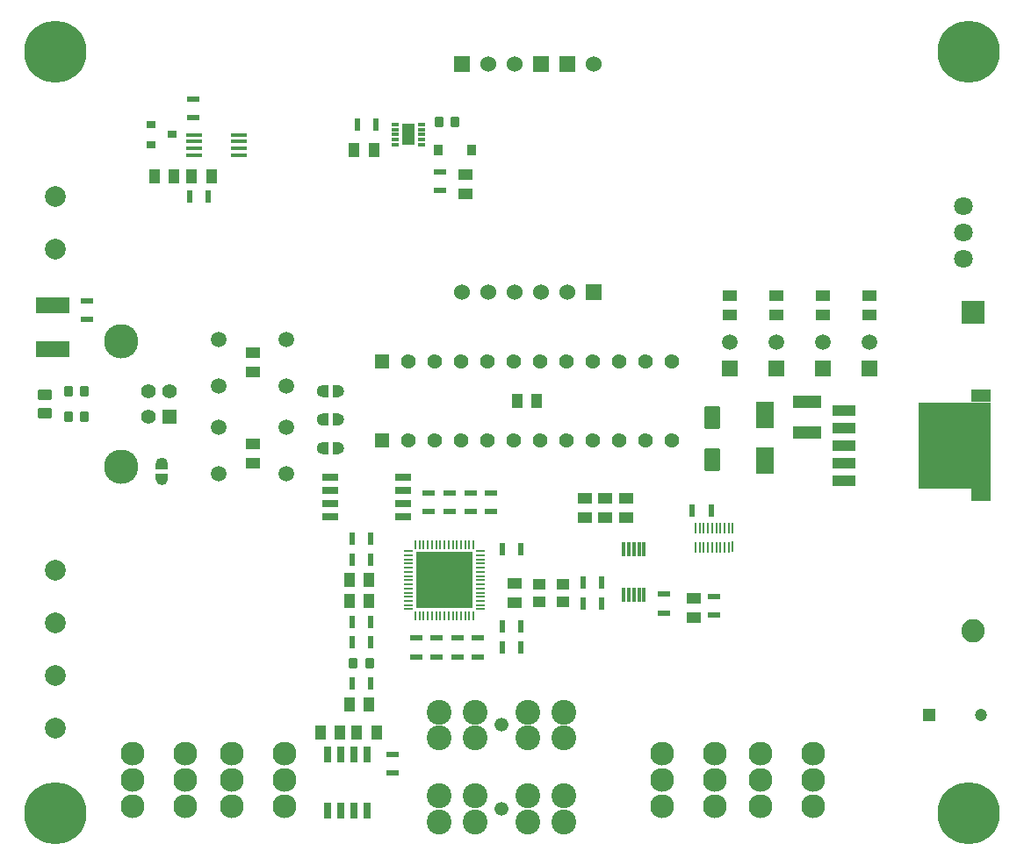
<source format=gbr>
%TF.GenerationSoftware,Altium Limited,Altium Designer,25.2.1 (25)*%
G04 Layer_Color=255*
%FSLAX43Y43*%
%MOMM*%
%TF.SameCoordinates,14BE83A4-B3EB-4770-8DB1-726BE69DDD70*%
%TF.FilePolarity,Positive*%
%TF.FileFunction,Pads,Bot*%
%TF.Part,Single*%
G01*
G75*
%TA.AperFunction,ComponentPad*%
%ADD16C,1.500*%
%ADD17R,1.500X1.500*%
%ADD18C,1.524*%
%ADD19R,1.524X1.524*%
%ADD20C,2.300*%
%ADD21C,1.200*%
%ADD22R,1.200X1.200*%
%ADD23C,2.400*%
%ADD24C,1.325*%
%ADD25C,1.800*%
%ADD26C,2.000*%
%ADD27C,1.425*%
%ADD28C,2.250*%
%ADD29R,1.408X1.408*%
%ADD30C,3.316*%
%ADD31C,1.408*%
%TA.AperFunction,ViaPad*%
%ADD32C,6.000*%
%TA.AperFunction,ComponentPad*%
%ADD33R,1.425X1.425*%
%ADD34R,2.250X2.250*%
%TA.AperFunction,SMDPad,CuDef*%
%ADD39R,0.650X1.528*%
%ADD40R,1.250X0.600*%
G04:AMPARAMS|DCode=41|XSize=2.21mm|YSize=1.53mm|CornerRadius=0.115mm|HoleSize=0mm|Usage=FLASHONLY|Rotation=270.000|XOffset=0mm|YOffset=0mm|HoleType=Round|Shape=RoundedRectangle|*
%AMROUNDEDRECTD41*
21,1,2.210,1.301,0,0,270.0*
21,1,1.981,1.530,0,0,270.0*
1,1,0.230,-0.650,-0.990*
1,1,0.230,-0.650,0.990*
1,1,0.230,0.650,0.990*
1,1,0.230,0.650,-0.990*
%
%ADD41ROUNDEDRECTD41*%
%ADD42R,1.800X2.650*%
%ADD43R,0.200X1.000*%
%ADD44R,0.200X1.100*%
%ADD45R,1.470X1.040*%
%ADD46R,0.600X1.250*%
%ADD47R,2.760X1.230*%
G04:AMPARAMS|DCode=48|XSize=1.016mm|YSize=1.397mm|CornerRadius=0.127mm|HoleSize=0mm|Usage=FLASHONLY|Rotation=270.000|XOffset=0mm|YOffset=0mm|HoleType=Round|Shape=RoundedRectangle|*
%AMROUNDEDRECTD48*
21,1,1.016,1.143,0,0,270.0*
21,1,0.762,1.397,0,0,270.0*
1,1,0.254,-0.572,-0.381*
1,1,0.254,-0.572,0.381*
1,1,0.254,0.572,0.381*
1,1,0.254,0.572,-0.381*
%
%ADD48ROUNDEDRECTD48*%
%ADD49R,5.500X5.500*%
G04:AMPARAMS|DCode=50|XSize=0.83mm|YSize=0.22mm|CornerRadius=0.028mm|HoleSize=0mm|Usage=FLASHONLY|Rotation=180.000|XOffset=0mm|YOffset=0mm|HoleType=Round|Shape=RoundedRectangle|*
%AMROUNDEDRECTD50*
21,1,0.830,0.165,0,0,180.0*
21,1,0.775,0.220,0,0,180.0*
1,1,0.055,-0.388,0.083*
1,1,0.055,0.388,0.083*
1,1,0.055,0.388,-0.083*
1,1,0.055,-0.388,-0.083*
%
%ADD50ROUNDEDRECTD50*%
G04:AMPARAMS|DCode=51|XSize=0.83mm|YSize=0.22mm|CornerRadius=0.028mm|HoleSize=0mm|Usage=FLASHONLY|Rotation=270.000|XOffset=0mm|YOffset=0mm|HoleType=Round|Shape=RoundedRectangle|*
%AMROUNDEDRECTD51*
21,1,0.830,0.165,0,0,270.0*
21,1,0.775,0.220,0,0,270.0*
1,1,0.055,-0.083,-0.388*
1,1,0.055,-0.083,0.388*
1,1,0.055,0.083,0.388*
1,1,0.055,0.083,-0.388*
%
%ADD51ROUNDEDRECTD51*%
%ADD52R,2.160X1.020*%
%ADD53R,1.910X1.235*%
%ADD54R,6.990X8.330*%
%ADD55R,0.300X1.400*%
%ADD56R,1.040X1.470*%
G04:AMPARAMS|DCode=57|XSize=1.47mm|YSize=0.4mm|CornerRadius=0.05mm|HoleSize=0mm|Usage=FLASHONLY|Rotation=180.000|XOffset=0mm|YOffset=0mm|HoleType=Round|Shape=RoundedRectangle|*
%AMROUNDEDRECTD57*
21,1,1.470,0.300,0,0,180.0*
21,1,1.370,0.400,0,0,180.0*
1,1,0.100,-0.685,0.150*
1,1,0.100,0.685,0.150*
1,1,0.100,0.685,-0.150*
1,1,0.100,-0.685,-0.150*
%
%ADD57ROUNDEDRECTD57*%
%ADD58R,0.900X0.800*%
%ADD59R,0.920X1.080*%
G04:AMPARAMS|DCode=60|XSize=0.9mm|YSize=0.97mm|CornerRadius=0.135mm|HoleSize=0mm|Usage=FLASHONLY|Rotation=180.000|XOffset=0mm|YOffset=0mm|HoleType=Round|Shape=RoundedRectangle|*
%AMROUNDEDRECTD60*
21,1,0.900,0.700,0,0,180.0*
21,1,0.630,0.970,0,0,180.0*
1,1,0.270,-0.315,0.350*
1,1,0.270,0.315,0.350*
1,1,0.270,0.315,-0.350*
1,1,0.270,-0.315,-0.350*
%
%ADD60ROUNDEDRECTD60*%
%ADD61R,1.300X1.050*%
%ADD62R,0.800X0.300*%
%ADD63R,1.250X2.050*%
%ADD64R,1.600X0.650*%
%ADD65R,3.200X1.500*%
G04:AMPARAMS|DCode=66|XSize=0.87mm|YSize=1.02mm|CornerRadius=0.109mm|HoleSize=0mm|Usage=FLASHONLY|Rotation=0.000|XOffset=0mm|YOffset=0mm|HoleType=Round|Shape=RoundedRectangle|*
%AMROUNDEDRECTD66*
21,1,0.870,0.803,0,0,0.0*
21,1,0.653,1.020,0,0,0.0*
1,1,0.217,0.326,-0.401*
1,1,0.217,-0.326,-0.401*
1,1,0.217,-0.326,0.401*
1,1,0.217,0.326,0.401*
%
%ADD66ROUNDEDRECTD66*%
G36*
G01X14150Y37274D02*
G01X15350D01*
G01Y36766D01*
G01X15350Y36766D01*
G02X14150I-600J0D01*
G01Y37274D01*
D02*
G37*
G36*
G01X30774Y40350D02*
G01Y39150D01*
G01X30266D01*
G01X30266Y39150D01*
G02Y40350I0J600D01*
G01X30774D01*
D02*
G37*
G36*
G01Y45850D02*
G01Y44650D01*
G01X30266D01*
G01X30266Y44650D01*
G02Y45850I0J600D01*
G01X30774D01*
D02*
G37*
G36*
G01X31226D02*
G01Y44650D01*
G01X31734D01*
G01X31734Y44650D01*
G03Y45850I0J600D01*
G01X31226D01*
D02*
G37*
G36*
G01Y40350D02*
G01Y39150D01*
G01X31734D01*
G01X31734Y39150D01*
G03Y40350I0J600D01*
G01X31226D01*
D02*
G37*
G36*
G01X14150Y37726D02*
G01X15350D01*
G01Y38234D01*
G01X15350Y38234D01*
G03X14150I-600J0D01*
G01Y37726D01*
D02*
G37*
G36*
G01X31226Y43100D02*
G01Y41900D01*
G01X31734D01*
G01X31734Y41900D01*
G03Y43100I0J600D01*
G01X31226D01*
D02*
G37*
G36*
G01X30774D02*
G01Y41900D01*
G01X30266D01*
G01X30266Y41900D01*
G02Y43100I0J600D01*
G01X30774D01*
D02*
G37*
D16*
X69500Y50000D02*
D03*
X78500D02*
D03*
X83000D02*
D03*
X74000D02*
D03*
X26750Y45750D02*
D03*
X20250D02*
D03*
Y50250D02*
D03*
X26750D02*
D03*
X20250Y41750D02*
D03*
X26750D02*
D03*
X20250Y37250D02*
D03*
X26750D02*
D03*
D17*
X69500Y47460D02*
D03*
X78500D02*
D03*
X83000D02*
D03*
X74000D02*
D03*
D18*
X48768Y54786D02*
D03*
X56388Y76786D02*
D03*
X48768D02*
D03*
X46228D02*
D03*
X53848Y54786D02*
D03*
X51308D02*
D03*
X46228D02*
D03*
X43688D02*
D03*
D19*
X53848Y76786D02*
D03*
X51308D02*
D03*
X43688D02*
D03*
X56388Y54786D02*
D03*
D20*
X17040Y10290D02*
D03*
Y7750D02*
D03*
Y5210D02*
D03*
X11960D02*
D03*
Y7750D02*
D03*
Y10290D02*
D03*
X26540D02*
D03*
Y7750D02*
D03*
Y5210D02*
D03*
X21460D02*
D03*
Y7750D02*
D03*
Y10290D02*
D03*
X68040D02*
D03*
Y7750D02*
D03*
Y5210D02*
D03*
X62960D02*
D03*
Y7750D02*
D03*
Y10290D02*
D03*
X77540D02*
D03*
Y7750D02*
D03*
Y5210D02*
D03*
X72460D02*
D03*
Y7750D02*
D03*
Y10290D02*
D03*
D21*
X93750Y14000D02*
D03*
D22*
X88750D02*
D03*
D23*
X41460Y11750D02*
D03*
Y14250D02*
D03*
X44960Y11750D02*
D03*
Y14250D02*
D03*
X50040Y11750D02*
D03*
Y14250D02*
D03*
X53540Y11750D02*
D03*
Y14250D02*
D03*
X41460Y3660D02*
D03*
Y6160D02*
D03*
X44960Y3660D02*
D03*
Y6160D02*
D03*
X50040Y3660D02*
D03*
Y6160D02*
D03*
X53540Y3660D02*
D03*
Y6160D02*
D03*
D24*
X47500Y13045D02*
D03*
Y4955D02*
D03*
D25*
X92000Y63080D02*
D03*
Y60540D02*
D03*
Y58000D02*
D03*
D26*
X4500Y28000D02*
D03*
Y22920D02*
D03*
Y58920D02*
D03*
Y12760D02*
D03*
Y17840D02*
D03*
Y64000D02*
D03*
D27*
X43620Y40500D02*
D03*
X56320D02*
D03*
X48700Y48120D02*
D03*
X56320D02*
D03*
X58860D02*
D03*
X61400D02*
D03*
X63940D02*
D03*
X53780D02*
D03*
X51240D02*
D03*
X46160D02*
D03*
X43620D02*
D03*
X41080D02*
D03*
X38540D02*
D03*
X58860Y40500D02*
D03*
X61400D02*
D03*
X63940D02*
D03*
X53780D02*
D03*
X51240D02*
D03*
X48700D02*
D03*
X46160D02*
D03*
X41080D02*
D03*
X38540D02*
D03*
D28*
X93000Y22150D02*
D03*
D29*
X15500Y42750D02*
D03*
D30*
X10800Y37980D02*
D03*
Y50020D02*
D03*
D31*
X13500Y42750D02*
D03*
Y45250D02*
D03*
X15500D02*
D03*
D32*
X92500Y78000D02*
D03*
X4500D02*
D03*
Y4500D02*
D03*
X92500D02*
D03*
D33*
X36000Y48120D02*
D03*
Y40500D02*
D03*
D34*
X93000Y52850D02*
D03*
D39*
X34544Y10204D02*
D03*
X33274D02*
D03*
X32004D02*
D03*
X30734D02*
D03*
Y4782D02*
D03*
X32004D02*
D03*
X33274D02*
D03*
X34544D02*
D03*
D40*
X37000Y8400D02*
D03*
Y10200D02*
D03*
X68000Y25459D02*
D03*
Y23659D02*
D03*
X17780Y71628D02*
D03*
X46500Y35400D02*
D03*
X42500D02*
D03*
X63119Y23850D02*
D03*
X45250Y19600D02*
D03*
X43250D02*
D03*
X41565Y64600D02*
D03*
X17780Y73428D02*
D03*
X7493Y52185D02*
D03*
X40500Y35400D02*
D03*
X41250Y19600D02*
D03*
X39250D02*
D03*
X44500Y35400D02*
D03*
X42500Y33600D02*
D03*
X40500D02*
D03*
X46500D02*
D03*
X45250Y21400D02*
D03*
X41250D02*
D03*
X39250D02*
D03*
X41565Y66400D02*
D03*
X63119Y25650D02*
D03*
X7493Y53985D02*
D03*
X43250Y21400D02*
D03*
X44500Y33600D02*
D03*
D41*
X67817Y38590D02*
D03*
Y42690D02*
D03*
D42*
X72897Y38567D02*
D03*
Y42967D02*
D03*
D43*
X69800Y32000D02*
D03*
X69400D02*
D03*
X69000D02*
D03*
X68600D02*
D03*
X68200D02*
D03*
X67800D02*
D03*
X67400D02*
D03*
X67000D02*
D03*
X66600D02*
D03*
X66200D02*
D03*
Y30200D02*
D03*
X66600D02*
D03*
X67000D02*
D03*
X67400D02*
D03*
X67800D02*
D03*
X68200D02*
D03*
X68600D02*
D03*
X69000D02*
D03*
X69400D02*
D03*
D44*
X69800Y30250D02*
D03*
D45*
X66000Y25239D02*
D03*
Y23359D02*
D03*
X59500Y33060D02*
D03*
Y34940D02*
D03*
X57500Y33060D02*
D03*
Y34940D02*
D03*
X55500Y33060D02*
D03*
Y34940D02*
D03*
X48750Y26690D02*
D03*
Y24810D02*
D03*
X44000Y66180D02*
D03*
Y64300D02*
D03*
X23500Y40190D02*
D03*
X83000Y54440D02*
D03*
X69500D02*
D03*
Y52560D02*
D03*
X83000D02*
D03*
X78500Y54440D02*
D03*
Y52560D02*
D03*
X74000Y54440D02*
D03*
Y52560D02*
D03*
X23500Y47060D02*
D03*
Y48940D02*
D03*
X23500Y38310D02*
D03*
D46*
X67700Y33750D02*
D03*
X65900D02*
D03*
X33110Y23000D02*
D03*
X57150Y26750D02*
D03*
Y24750D02*
D03*
X49365Y30000D02*
D03*
Y22500D02*
D03*
Y20500D02*
D03*
X33600Y71000D02*
D03*
X19215Y64000D02*
D03*
X34910Y17000D02*
D03*
X33110Y31000D02*
D03*
Y29000D02*
D03*
X33110Y21000D02*
D03*
X47565Y30000D02*
D03*
Y20500D02*
D03*
X35400Y71000D02*
D03*
X34910Y31000D02*
D03*
Y29000D02*
D03*
X34910Y21000D02*
D03*
X33110Y17000D02*
D03*
X17415Y64000D02*
D03*
X55350Y26750D02*
D03*
X34910Y23000D02*
D03*
X55350Y24750D02*
D03*
X47565Y22500D02*
D03*
D47*
X77000Y41284D02*
D03*
Y44216D02*
D03*
D48*
X3500Y43111D02*
D03*
Y44889D02*
D03*
D49*
X42000Y27000D02*
D03*
D50*
X38560Y24600D02*
D03*
X45440Y28200D02*
D03*
Y24200D02*
D03*
X38560Y27400D02*
D03*
Y27000D02*
D03*
Y25400D02*
D03*
Y29800D02*
D03*
Y29400D02*
D03*
Y29000D02*
D03*
Y28600D02*
D03*
Y28200D02*
D03*
Y27800D02*
D03*
Y26600D02*
D03*
Y26200D02*
D03*
Y25800D02*
D03*
Y25000D02*
D03*
Y24200D02*
D03*
X45440Y24600D02*
D03*
Y25000D02*
D03*
Y25400D02*
D03*
Y25800D02*
D03*
Y26200D02*
D03*
Y26600D02*
D03*
Y27000D02*
D03*
Y27400D02*
D03*
Y27800D02*
D03*
Y28600D02*
D03*
Y29000D02*
D03*
Y29400D02*
D03*
Y29800D02*
D03*
D51*
X43200Y30440D02*
D03*
X42000Y23560D02*
D03*
X39200Y30440D02*
D03*
Y23560D02*
D03*
X39600D02*
D03*
X40000D02*
D03*
X40400D02*
D03*
X40800D02*
D03*
X41200D02*
D03*
X41600D02*
D03*
X42400D02*
D03*
X42800D02*
D03*
X43200D02*
D03*
X43600D02*
D03*
X44000D02*
D03*
X44400D02*
D03*
X44800D02*
D03*
Y30440D02*
D03*
X44400D02*
D03*
X44000D02*
D03*
X43600D02*
D03*
X42800D02*
D03*
X42400D02*
D03*
X42000D02*
D03*
X41600D02*
D03*
X41200D02*
D03*
X40800D02*
D03*
X40400D02*
D03*
X40000D02*
D03*
X39600D02*
D03*
D52*
X80500Y41700D02*
D03*
Y43400D02*
D03*
Y40000D02*
D03*
Y36600D02*
D03*
Y38300D02*
D03*
D53*
X93715Y44783D02*
D03*
Y35217D02*
D03*
D54*
X91175Y40000D02*
D03*
D55*
X59250Y25550D02*
D03*
X59750D02*
D03*
X60250D02*
D03*
X60750D02*
D03*
X61250D02*
D03*
Y29950D02*
D03*
X60750D02*
D03*
X60250D02*
D03*
X59750D02*
D03*
X59250D02*
D03*
D56*
X31940Y12300D02*
D03*
X30060D02*
D03*
X35440D02*
D03*
X33560D02*
D03*
X50910Y44310D02*
D03*
X49030D02*
D03*
X14060Y66000D02*
D03*
X33300Y68500D02*
D03*
X19515Y66000D02*
D03*
X32810Y15000D02*
D03*
X17635Y66000D02*
D03*
X35180Y68500D02*
D03*
X15940Y66000D02*
D03*
X34690Y15000D02*
D03*
X32810Y27000D02*
D03*
X34690D02*
D03*
X32810Y25000D02*
D03*
X34690D02*
D03*
D57*
X17850Y69975D02*
D03*
X22150Y68025D02*
D03*
X17850Y68675D02*
D03*
X22150Y69975D02*
D03*
Y69325D02*
D03*
Y68675D02*
D03*
X17850Y68025D02*
D03*
Y69325D02*
D03*
D58*
X13750Y70950D02*
D03*
Y69050D02*
D03*
X15750Y70000D02*
D03*
D59*
X44600Y68500D02*
D03*
X41400D02*
D03*
D60*
X43035Y71250D02*
D03*
X41465D02*
D03*
X33190Y19000D02*
D03*
X34760D02*
D03*
D61*
X53400Y26625D02*
D03*
X51100Y24875D02*
D03*
Y26625D02*
D03*
X53400Y24875D02*
D03*
D62*
X37250Y70500D02*
D03*
X39750Y70000D02*
D03*
Y69500D02*
D03*
Y71000D02*
D03*
X37250D02*
D03*
X39750Y70500D02*
D03*
Y69000D02*
D03*
X37250D02*
D03*
Y69500D02*
D03*
Y70000D02*
D03*
D63*
X38500D02*
D03*
D64*
X30950Y36905D02*
D03*
X38050Y33095D02*
D03*
X30950D02*
D03*
Y34365D02*
D03*
Y35635D02*
D03*
X38050Y36905D02*
D03*
Y35635D02*
D03*
Y34365D02*
D03*
D65*
X4222Y49335D02*
D03*
Y53535D02*
D03*
D66*
X5720Y42750D02*
D03*
X7280D02*
D03*
X5720Y45250D02*
D03*
X7280D02*
D03*
%TF.MD5,2af72c574e12a8e3d7618ac057281917*%
M02*

</source>
